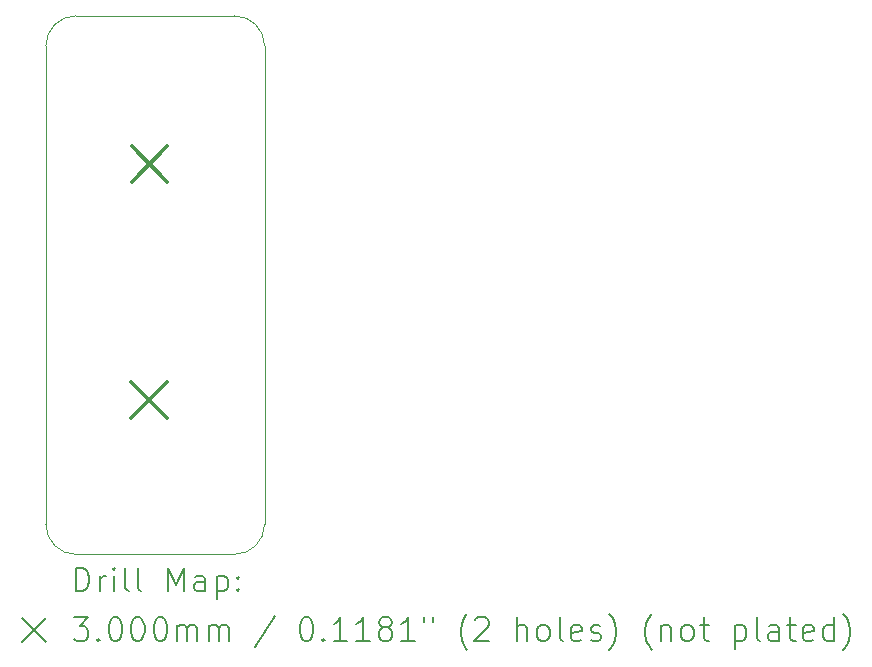
<source format=gbr>
%TF.GenerationSoftware,KiCad,Pcbnew,(6.0.8-1)-1*%
%TF.CreationDate,2023-05-30T17:25:48-07:00*%
%TF.ProjectId,SiPM_breakout,5369504d-5f62-4726-9561-6b6f75742e6b,rev?*%
%TF.SameCoordinates,Original*%
%TF.FileFunction,Drillmap*%
%TF.FilePolarity,Positive*%
%FSLAX45Y45*%
G04 Gerber Fmt 4.5, Leading zero omitted, Abs format (unit mm)*
G04 Created by KiCad (PCBNEW (6.0.8-1)-1) date 2023-05-30 17:25:48*
%MOMM*%
%LPD*%
G01*
G04 APERTURE LIST*
%ADD10C,0.050000*%
%ADD11C,0.200000*%
%ADD12C,0.300000*%
G04 APERTURE END LIST*
D10*
X9520000Y-7760000D02*
X9520000Y-11811300D01*
X7922000Y-7505700D02*
X9266000Y-7506000D01*
X9266000Y-12065300D02*
X7922000Y-12065000D01*
X7922000Y-7505700D02*
G75*
G03*
X7668000Y-7759700I0J-254000D01*
G01*
X9520000Y-7760000D02*
G75*
G03*
X9266000Y-7506000I-254000J0D01*
G01*
X7668000Y-11811000D02*
G75*
G03*
X7922000Y-12065000I254000J0D01*
G01*
X9266000Y-12065300D02*
G75*
G03*
X9520000Y-11811300I0J254000D01*
G01*
X7668000Y-11811000D02*
X7668000Y-7759700D01*
D11*
D12*
X8390000Y-10610000D02*
X8690000Y-10910000D01*
X8690000Y-10610000D02*
X8390000Y-10910000D01*
X8394700Y-8611700D02*
X8694700Y-8911700D01*
X8694700Y-8611700D02*
X8394700Y-8911700D01*
D11*
X7923119Y-12378276D02*
X7923119Y-12178276D01*
X7970738Y-12178276D01*
X7999309Y-12187800D01*
X8018357Y-12206848D01*
X8027881Y-12225895D01*
X8037405Y-12263990D01*
X8037405Y-12292562D01*
X8027881Y-12330657D01*
X8018357Y-12349705D01*
X7999309Y-12368752D01*
X7970738Y-12378276D01*
X7923119Y-12378276D01*
X8123119Y-12378276D02*
X8123119Y-12244943D01*
X8123119Y-12283038D02*
X8132643Y-12263990D01*
X8142167Y-12254467D01*
X8161214Y-12244943D01*
X8180262Y-12244943D01*
X8246928Y-12378276D02*
X8246928Y-12244943D01*
X8246928Y-12178276D02*
X8237405Y-12187800D01*
X8246928Y-12197324D01*
X8256452Y-12187800D01*
X8246928Y-12178276D01*
X8246928Y-12197324D01*
X8370738Y-12378276D02*
X8351690Y-12368752D01*
X8342167Y-12349705D01*
X8342167Y-12178276D01*
X8475500Y-12378276D02*
X8456452Y-12368752D01*
X8446929Y-12349705D01*
X8446929Y-12178276D01*
X8704071Y-12378276D02*
X8704071Y-12178276D01*
X8770738Y-12321133D01*
X8837405Y-12178276D01*
X8837405Y-12378276D01*
X9018357Y-12378276D02*
X9018357Y-12273514D01*
X9008833Y-12254467D01*
X8989786Y-12244943D01*
X8951690Y-12244943D01*
X8932643Y-12254467D01*
X9018357Y-12368752D02*
X8999310Y-12378276D01*
X8951690Y-12378276D01*
X8932643Y-12368752D01*
X8923119Y-12349705D01*
X8923119Y-12330657D01*
X8932643Y-12311609D01*
X8951690Y-12302086D01*
X8999310Y-12302086D01*
X9018357Y-12292562D01*
X9113595Y-12244943D02*
X9113595Y-12444943D01*
X9113595Y-12254467D02*
X9132643Y-12244943D01*
X9170738Y-12244943D01*
X9189786Y-12254467D01*
X9199310Y-12263990D01*
X9208833Y-12283038D01*
X9208833Y-12340181D01*
X9199310Y-12359228D01*
X9189786Y-12368752D01*
X9170738Y-12378276D01*
X9132643Y-12378276D01*
X9113595Y-12368752D01*
X9294548Y-12359228D02*
X9304071Y-12368752D01*
X9294548Y-12378276D01*
X9285024Y-12368752D01*
X9294548Y-12359228D01*
X9294548Y-12378276D01*
X9294548Y-12254467D02*
X9304071Y-12263990D01*
X9294548Y-12273514D01*
X9285024Y-12263990D01*
X9294548Y-12254467D01*
X9294548Y-12273514D01*
X7465500Y-12607800D02*
X7665500Y-12807800D01*
X7665500Y-12607800D02*
X7465500Y-12807800D01*
X7904071Y-12598276D02*
X8027881Y-12598276D01*
X7961214Y-12674467D01*
X7989786Y-12674467D01*
X8008833Y-12683990D01*
X8018357Y-12693514D01*
X8027881Y-12712562D01*
X8027881Y-12760181D01*
X8018357Y-12779228D01*
X8008833Y-12788752D01*
X7989786Y-12798276D01*
X7932643Y-12798276D01*
X7913595Y-12788752D01*
X7904071Y-12779228D01*
X8113595Y-12779228D02*
X8123119Y-12788752D01*
X8113595Y-12798276D01*
X8104071Y-12788752D01*
X8113595Y-12779228D01*
X8113595Y-12798276D01*
X8246928Y-12598276D02*
X8265976Y-12598276D01*
X8285024Y-12607800D01*
X8294548Y-12617324D01*
X8304071Y-12636371D01*
X8313595Y-12674467D01*
X8313595Y-12722086D01*
X8304071Y-12760181D01*
X8294548Y-12779228D01*
X8285024Y-12788752D01*
X8265976Y-12798276D01*
X8246928Y-12798276D01*
X8227881Y-12788752D01*
X8218357Y-12779228D01*
X8208833Y-12760181D01*
X8199309Y-12722086D01*
X8199309Y-12674467D01*
X8208833Y-12636371D01*
X8218357Y-12617324D01*
X8227881Y-12607800D01*
X8246928Y-12598276D01*
X8437405Y-12598276D02*
X8456452Y-12598276D01*
X8475500Y-12607800D01*
X8485024Y-12617324D01*
X8494548Y-12636371D01*
X8504071Y-12674467D01*
X8504071Y-12722086D01*
X8494548Y-12760181D01*
X8485024Y-12779228D01*
X8475500Y-12788752D01*
X8456452Y-12798276D01*
X8437405Y-12798276D01*
X8418357Y-12788752D01*
X8408833Y-12779228D01*
X8399310Y-12760181D01*
X8389786Y-12722086D01*
X8389786Y-12674467D01*
X8399310Y-12636371D01*
X8408833Y-12617324D01*
X8418357Y-12607800D01*
X8437405Y-12598276D01*
X8627881Y-12598276D02*
X8646929Y-12598276D01*
X8665976Y-12607800D01*
X8675500Y-12617324D01*
X8685024Y-12636371D01*
X8694548Y-12674467D01*
X8694548Y-12722086D01*
X8685024Y-12760181D01*
X8675500Y-12779228D01*
X8665976Y-12788752D01*
X8646929Y-12798276D01*
X8627881Y-12798276D01*
X8608833Y-12788752D01*
X8599310Y-12779228D01*
X8589786Y-12760181D01*
X8580262Y-12722086D01*
X8580262Y-12674467D01*
X8589786Y-12636371D01*
X8599310Y-12617324D01*
X8608833Y-12607800D01*
X8627881Y-12598276D01*
X8780262Y-12798276D02*
X8780262Y-12664943D01*
X8780262Y-12683990D02*
X8789786Y-12674467D01*
X8808833Y-12664943D01*
X8837405Y-12664943D01*
X8856452Y-12674467D01*
X8865976Y-12693514D01*
X8865976Y-12798276D01*
X8865976Y-12693514D02*
X8875500Y-12674467D01*
X8894548Y-12664943D01*
X8923119Y-12664943D01*
X8942167Y-12674467D01*
X8951690Y-12693514D01*
X8951690Y-12798276D01*
X9046929Y-12798276D02*
X9046929Y-12664943D01*
X9046929Y-12683990D02*
X9056452Y-12674467D01*
X9075500Y-12664943D01*
X9104071Y-12664943D01*
X9123119Y-12674467D01*
X9132643Y-12693514D01*
X9132643Y-12798276D01*
X9132643Y-12693514D02*
X9142167Y-12674467D01*
X9161214Y-12664943D01*
X9189786Y-12664943D01*
X9208833Y-12674467D01*
X9218357Y-12693514D01*
X9218357Y-12798276D01*
X9608833Y-12588752D02*
X9437405Y-12845895D01*
X9865976Y-12598276D02*
X9885024Y-12598276D01*
X9904071Y-12607800D01*
X9913595Y-12617324D01*
X9923119Y-12636371D01*
X9932643Y-12674467D01*
X9932643Y-12722086D01*
X9923119Y-12760181D01*
X9913595Y-12779228D01*
X9904071Y-12788752D01*
X9885024Y-12798276D01*
X9865976Y-12798276D01*
X9846929Y-12788752D01*
X9837405Y-12779228D01*
X9827881Y-12760181D01*
X9818357Y-12722086D01*
X9818357Y-12674467D01*
X9827881Y-12636371D01*
X9837405Y-12617324D01*
X9846929Y-12607800D01*
X9865976Y-12598276D01*
X10018357Y-12779228D02*
X10027881Y-12788752D01*
X10018357Y-12798276D01*
X10008833Y-12788752D01*
X10018357Y-12779228D01*
X10018357Y-12798276D01*
X10218357Y-12798276D02*
X10104071Y-12798276D01*
X10161214Y-12798276D02*
X10161214Y-12598276D01*
X10142167Y-12626848D01*
X10123119Y-12645895D01*
X10104071Y-12655419D01*
X10408833Y-12798276D02*
X10294548Y-12798276D01*
X10351690Y-12798276D02*
X10351690Y-12598276D01*
X10332643Y-12626848D01*
X10313595Y-12645895D01*
X10294548Y-12655419D01*
X10523119Y-12683990D02*
X10504071Y-12674467D01*
X10494548Y-12664943D01*
X10485024Y-12645895D01*
X10485024Y-12636371D01*
X10494548Y-12617324D01*
X10504071Y-12607800D01*
X10523119Y-12598276D01*
X10561214Y-12598276D01*
X10580262Y-12607800D01*
X10589786Y-12617324D01*
X10599310Y-12636371D01*
X10599310Y-12645895D01*
X10589786Y-12664943D01*
X10580262Y-12674467D01*
X10561214Y-12683990D01*
X10523119Y-12683990D01*
X10504071Y-12693514D01*
X10494548Y-12703038D01*
X10485024Y-12722086D01*
X10485024Y-12760181D01*
X10494548Y-12779228D01*
X10504071Y-12788752D01*
X10523119Y-12798276D01*
X10561214Y-12798276D01*
X10580262Y-12788752D01*
X10589786Y-12779228D01*
X10599310Y-12760181D01*
X10599310Y-12722086D01*
X10589786Y-12703038D01*
X10580262Y-12693514D01*
X10561214Y-12683990D01*
X10789786Y-12798276D02*
X10675500Y-12798276D01*
X10732643Y-12798276D02*
X10732643Y-12598276D01*
X10713595Y-12626848D01*
X10694548Y-12645895D01*
X10675500Y-12655419D01*
X10865976Y-12598276D02*
X10865976Y-12636371D01*
X10942167Y-12598276D02*
X10942167Y-12636371D01*
X11237405Y-12874467D02*
X11227881Y-12864943D01*
X11208833Y-12836371D01*
X11199309Y-12817324D01*
X11189786Y-12788752D01*
X11180262Y-12741133D01*
X11180262Y-12703038D01*
X11189786Y-12655419D01*
X11199309Y-12626848D01*
X11208833Y-12607800D01*
X11227881Y-12579228D01*
X11237405Y-12569705D01*
X11304071Y-12617324D02*
X11313595Y-12607800D01*
X11332643Y-12598276D01*
X11380262Y-12598276D01*
X11399309Y-12607800D01*
X11408833Y-12617324D01*
X11418357Y-12636371D01*
X11418357Y-12655419D01*
X11408833Y-12683990D01*
X11294548Y-12798276D01*
X11418357Y-12798276D01*
X11656452Y-12798276D02*
X11656452Y-12598276D01*
X11742167Y-12798276D02*
X11742167Y-12693514D01*
X11732643Y-12674467D01*
X11713595Y-12664943D01*
X11685024Y-12664943D01*
X11665976Y-12674467D01*
X11656452Y-12683990D01*
X11865976Y-12798276D02*
X11846928Y-12788752D01*
X11837405Y-12779228D01*
X11827881Y-12760181D01*
X11827881Y-12703038D01*
X11837405Y-12683990D01*
X11846928Y-12674467D01*
X11865976Y-12664943D01*
X11894548Y-12664943D01*
X11913595Y-12674467D01*
X11923119Y-12683990D01*
X11932643Y-12703038D01*
X11932643Y-12760181D01*
X11923119Y-12779228D01*
X11913595Y-12788752D01*
X11894548Y-12798276D01*
X11865976Y-12798276D01*
X12046928Y-12798276D02*
X12027881Y-12788752D01*
X12018357Y-12769705D01*
X12018357Y-12598276D01*
X12199309Y-12788752D02*
X12180262Y-12798276D01*
X12142167Y-12798276D01*
X12123119Y-12788752D01*
X12113595Y-12769705D01*
X12113595Y-12693514D01*
X12123119Y-12674467D01*
X12142167Y-12664943D01*
X12180262Y-12664943D01*
X12199309Y-12674467D01*
X12208833Y-12693514D01*
X12208833Y-12712562D01*
X12113595Y-12731609D01*
X12285024Y-12788752D02*
X12304071Y-12798276D01*
X12342167Y-12798276D01*
X12361214Y-12788752D01*
X12370738Y-12769705D01*
X12370738Y-12760181D01*
X12361214Y-12741133D01*
X12342167Y-12731609D01*
X12313595Y-12731609D01*
X12294548Y-12722086D01*
X12285024Y-12703038D01*
X12285024Y-12693514D01*
X12294548Y-12674467D01*
X12313595Y-12664943D01*
X12342167Y-12664943D01*
X12361214Y-12674467D01*
X12437405Y-12874467D02*
X12446928Y-12864943D01*
X12465976Y-12836371D01*
X12475500Y-12817324D01*
X12485024Y-12788752D01*
X12494548Y-12741133D01*
X12494548Y-12703038D01*
X12485024Y-12655419D01*
X12475500Y-12626848D01*
X12465976Y-12607800D01*
X12446928Y-12579228D01*
X12437405Y-12569705D01*
X12799309Y-12874467D02*
X12789786Y-12864943D01*
X12770738Y-12836371D01*
X12761214Y-12817324D01*
X12751690Y-12788752D01*
X12742167Y-12741133D01*
X12742167Y-12703038D01*
X12751690Y-12655419D01*
X12761214Y-12626848D01*
X12770738Y-12607800D01*
X12789786Y-12579228D01*
X12799309Y-12569705D01*
X12875500Y-12664943D02*
X12875500Y-12798276D01*
X12875500Y-12683990D02*
X12885024Y-12674467D01*
X12904071Y-12664943D01*
X12932643Y-12664943D01*
X12951690Y-12674467D01*
X12961214Y-12693514D01*
X12961214Y-12798276D01*
X13085024Y-12798276D02*
X13065976Y-12788752D01*
X13056452Y-12779228D01*
X13046928Y-12760181D01*
X13046928Y-12703038D01*
X13056452Y-12683990D01*
X13065976Y-12674467D01*
X13085024Y-12664943D01*
X13113595Y-12664943D01*
X13132643Y-12674467D01*
X13142167Y-12683990D01*
X13151690Y-12703038D01*
X13151690Y-12760181D01*
X13142167Y-12779228D01*
X13132643Y-12788752D01*
X13113595Y-12798276D01*
X13085024Y-12798276D01*
X13208833Y-12664943D02*
X13285024Y-12664943D01*
X13237405Y-12598276D02*
X13237405Y-12769705D01*
X13246928Y-12788752D01*
X13265976Y-12798276D01*
X13285024Y-12798276D01*
X13504071Y-12664943D02*
X13504071Y-12864943D01*
X13504071Y-12674467D02*
X13523119Y-12664943D01*
X13561214Y-12664943D01*
X13580262Y-12674467D01*
X13589786Y-12683990D01*
X13599309Y-12703038D01*
X13599309Y-12760181D01*
X13589786Y-12779228D01*
X13580262Y-12788752D01*
X13561214Y-12798276D01*
X13523119Y-12798276D01*
X13504071Y-12788752D01*
X13713595Y-12798276D02*
X13694548Y-12788752D01*
X13685024Y-12769705D01*
X13685024Y-12598276D01*
X13875500Y-12798276D02*
X13875500Y-12693514D01*
X13865976Y-12674467D01*
X13846928Y-12664943D01*
X13808833Y-12664943D01*
X13789786Y-12674467D01*
X13875500Y-12788752D02*
X13856452Y-12798276D01*
X13808833Y-12798276D01*
X13789786Y-12788752D01*
X13780262Y-12769705D01*
X13780262Y-12750657D01*
X13789786Y-12731609D01*
X13808833Y-12722086D01*
X13856452Y-12722086D01*
X13875500Y-12712562D01*
X13942167Y-12664943D02*
X14018357Y-12664943D01*
X13970738Y-12598276D02*
X13970738Y-12769705D01*
X13980262Y-12788752D01*
X13999309Y-12798276D01*
X14018357Y-12798276D01*
X14161214Y-12788752D02*
X14142167Y-12798276D01*
X14104071Y-12798276D01*
X14085024Y-12788752D01*
X14075500Y-12769705D01*
X14075500Y-12693514D01*
X14085024Y-12674467D01*
X14104071Y-12664943D01*
X14142167Y-12664943D01*
X14161214Y-12674467D01*
X14170738Y-12693514D01*
X14170738Y-12712562D01*
X14075500Y-12731609D01*
X14342167Y-12798276D02*
X14342167Y-12598276D01*
X14342167Y-12788752D02*
X14323119Y-12798276D01*
X14285024Y-12798276D01*
X14265976Y-12788752D01*
X14256452Y-12779228D01*
X14246928Y-12760181D01*
X14246928Y-12703038D01*
X14256452Y-12683990D01*
X14265976Y-12674467D01*
X14285024Y-12664943D01*
X14323119Y-12664943D01*
X14342167Y-12674467D01*
X14418357Y-12874467D02*
X14427881Y-12864943D01*
X14446928Y-12836371D01*
X14456452Y-12817324D01*
X14465976Y-12788752D01*
X14475500Y-12741133D01*
X14475500Y-12703038D01*
X14465976Y-12655419D01*
X14456452Y-12626848D01*
X14446928Y-12607800D01*
X14427881Y-12579228D01*
X14418357Y-12569705D01*
M02*

</source>
